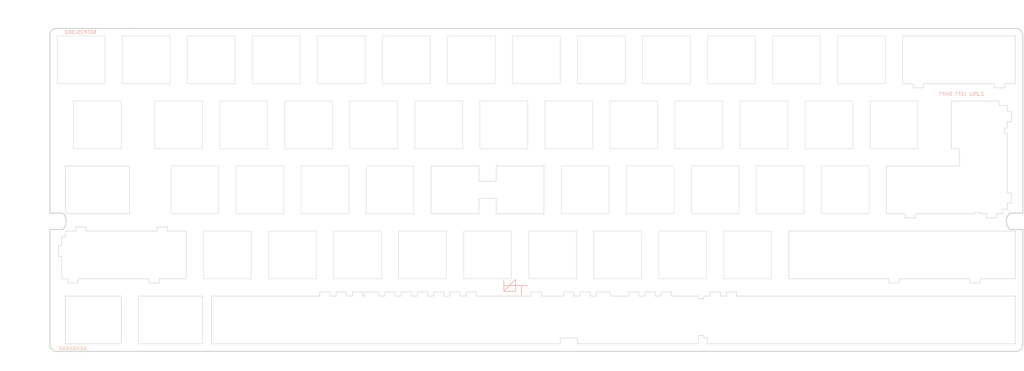
<source format=kicad_pcb>
(kicad_pcb (version 20211014) (generator pcbnew)
  (layers (0 "F.Cu" signal) (31 "B.Cu" signal) (34 "B.Paste" user) (35 "F.Paste" user) (36 "B.SilkS" user "B.Silkscreen") (37 "F.SilkS" user "F.Silkscreen") (38 "B.Mask" user) (39 "F.Mask" user) (44 "Edge.Cuts" user))
  (net 0 "")
  (net 1 "GND")
  (footprint "Keyboard_JP:Key_Plate_1U" (layer "F.Cu") (at 154.78125 80.9625)
    (fp_text reference "1U_Plate")
    (fp_text value "Key_Plate_1U")
    (fp_rect (start 7 7) (end -7 -7) (layer "Edge.Cuts") (width 0.12) (fill none))
  )
  (footprint "Keyboard_JP:Key_Plate_1U" (layer "F.Cu") (at 292.89375 100.0125)
    (fp_text reference "1U_Plate")
    (fp_text value "Key_Plate_1U")
    (fp_rect (start 7 7) (end -7 -7) (layer "Edge.Cuts") (width 0.12) (fill none))
  )
  (footprint "Keyboard_JP:Key_Plate_1U" (layer "F.Cu") (at 250.03125 80.9625)
    (fp_text reference "1U_Plate")
    (fp_text value "Key_Plate_1U")
    (fp_rect (start 7 7) (end -7 -7) (layer "Edge.Cuts") (width 0.12) (fill none))
  )
  (footprint "Keyboard_JP:Key_Plate_1U" (layer "F.Cu") (at 92.86875 80.9625)
    (fp_text reference "1U_Plate")
    (fp_text value "Key_Plate_1U")
    (fp_rect (start 7 7) (end -7 -7) (layer "Edge.Cuts") (width 0.12) (fill none))
  )
  (footprint "Keyboard_JP:Key_Plate_1U" (layer "F.Cu") (at 297.65625 61.9125)
    (fp_text reference "1U_Plate")
    (fp_text value "Key_Plate_1U")
    (fp_rect (start 7 7) (end -7 -7) (layer "Edge.Cuts") (width 0.12) (fill none))
  )
  (footprint "Keyboard_JP:Key_Plate_1U" (layer "F.Cu") (at 130.96875 119.0625)
    (fp_text reference "1U_Plate")
    (fp_text value "Key_Plate_1U")
    (fp_rect (start 7 7) (end -7 -7) (layer "Edge.Cuts") (width 0.12) (fill none))
  )
  (footprint "Keyboard_JP:Key_Plate_1U" (layer "F.Cu") (at 326.23125 80.9625)
    (fp_text reference "1U_Plate")
    (fp_text value "Key_Plate_1U")
    (fp_rect (start 7 7) (end -7 -7) (layer "Edge.Cuts") (width 0.12) (fill none))
  )
  (footprint "Keyboard_JP:Key_Plate_1U" (layer "F.Cu") (at 254.79375 100.0125)
    (fp_text reference "1U_Plate")
    (fp_text value "Key_Plate_1U")
    (fp_rect (start 7 7) (end -7 -7) (layer "Edge.Cuts") (width 0.12) (fill none))
  )
  (footprint "Keyboard_JP:Key_Plate_1U" (layer "F.Cu") (at 192.88125 80.9625)
    (fp_text reference "1U_Plate")
    (fp_text value "Key_Plate_1U")
    (fp_rect (start 7 7) (end -7 -7) (layer "Edge.Cuts") (width 0.12) (fill none))
  )
  (footprint "Keyboard_JP:Key_Plate_1U" (layer "F.Cu") (at 126.20625 61.9125)
    (fp_text reference "1U_Plate")
    (fp_text value "Key_Plate_1U")
    (fp_rect (start 7 7) (end -7 -7) (layer "Edge.Cuts") (width 0.12) (fill none))
  )
  (footprint "Keyboard_JP:Key_Plate_1U" (layer "F.Cu") (at 173.83125 80.9625)
    (fp_text reference "1U_Plate")
    (fp_text value "Key_Plate_1U")
    (fp_rect (start 7 7) (end -7 -7) (layer "Edge.Cuts") (width 0.12) (fill none))
  )
  (footprint "Keyboard_JP:Key_Plate_1U" (layer "F.Cu") (at 307.18125 80.9625)
    (fp_text reference "1U_Plate")
    (fp_text value "Key_Plate_1U")
    (fp_rect (start 7 7) (end -7 -7) (layer "Edge.Cuts") (width 0.12) (fill none))
  )
  (footprint "Keyboard_JP:Key_Plate_1U" (layer "F.Cu") (at 269.08125 80.9625)
    (fp_text reference "1U_Plate")
    (fp_text value "Key_Plate_1U")
    (fp_rect (start 7 7) (end -7 -7) (layer "Edge.Cuts") (width 0.12) (fill none))
  )
  (footprint "Keyboard_JP:Key_Plate_1U" (layer "F.Cu") (at 188.11875 119.0625)
    (fp_text reference "1U_Plate")
    (fp_text value "Key_Plate_1U")
    (fp_rect (start 7 7) (end -7 -7) (layer "Edge.Cuts") (width 0.12) (fill none))
  )
  (footprint "Keyboard_JP:Key_Plate_1U" (layer "F.Cu") (at 278.60625 61.9125)
    (fp_text reference "1U_Plate")
    (fp_text value "Key_Plate_1U")
    (fp_rect (start 7 7) (end -7 -7) (layer "Edge.Cuts") (width 0.12) (fill none))
  )
  (footprint "Keyboard_JP:Key_Plate_1U" (layer "F.Cu") (at 116.68125 80.9625)
    (fp_text reference "1U_Plate")
    (fp_text value "Key_Plate_1U")
    (fp_rect (start 7 7) (end -7 -7) (layer "Edge.Cuts") (width 0.12) (fill none))
  )
  (footprint "Keyboard_JP:TH60JPlate" (layer "F.Cu") (at 221.45625 100.0125)
    (fp_text reference "Plate")
    (fp_text value "TH60JPlate")
    (fp_line (start 142.5 6.8) (end 142.5 -45.3) (layer "Edge.Cuts") (width 0.3))
    (fp_line (start -142.5 11.6) (end -138.7 11.6) (layer "Edge.Cuts") (width 0.3))
    (fp_line (start -140.5 -47.3) (end -130.96875 -47.3) (layer "Edge.Cuts") (width 0.3))
    (fp_line (start -140.5 47.3) (end 140.5 47.3) (layer "Edge.Cuts") (width 0.3))
    (fp_line (start -118.3 -47.3) (end -130.96875 -47.3) (layer "Edge.Cuts") (width 0.3))
    (fp_line (start 138.7 11.6) (end 142.5 11.6) (layer "Edge.Cuts") (width 0.3))
    (fp_line (start -142.5 45.3) (end -142.5 11.6) (layer "Edge.Cuts") (width 0.3))
    (fp_line (start 140.5 -47.3) (end -118.3 -47.3) (layer "Edge.Cuts") (width 0.3))
    (fp_line (start 138.7 6.8) (end 142.5 6.8) (layer "Edge.Cuts") (width 0.3))
    (fp_line (start -142.5 6.8) (end -142.5 -45.3) (layer "Edge.Cuts") (width 0.3))
    (fp_line (start 142.5 11.6) (end 142.5 45.3) (layer "Edge.Cuts") (width 0.3))
    (fp_line (start -138.7 6.8) (end -142.5 6.8) (layer "Edge.Cuts") (width 0.3))
    (fp_arc (start -140.5 47.3) (mid -141.914214 46.714214) (end -142.5 45.3) (layer "Edge.Cuts") (width 0.3))
    (fp_arc (start -142.5 -45.3) (mid -141.914214 -46.714214) (end -140.5 -47.3) (layer "Edge.Cuts") (width 0.3))
    (fp_arc (start -138.7 6.8) (mid -137.705887 9.2) (end -138.7 11.6) (layer "Edge.Cuts") (width 0.3))
    (fp_arc (start 142.5 45.3) (mid 141.914214 46.714214) (end 140.5 47.3) (layer "Edge.Cuts") (width 0.3))
    (fp_arc (start 138.7 11.6) (mid 137.705887 9.2) (end 138.7 6.8) (layer "Edge.Cuts") (width 0.3))
    (fp_arc (start 140.5 -47.3) (mid 141.914214 -46.714214) (end 142.5 -45.3) (layer "Edge.Cuts") (width 0.3))
    (pad "" np_thru_hole oval (at 116.68125 -19.4) (size 8.5 6) (drill oval 8.5 6) (layers F&B.Cu *.Mask))
    (pad "" np_thru_hole circle (at -117.299994 -19.400012) (size 7 7) (drill 7) (layers F&B.Cu *.Mask))
  )
  (footprint "Keyboard_JP:Key_Plate_1U" (layer "F.Cu") (at 159.54375 100.0125)
    (fp_text reference "1U_Plate")
    (fp_text value "Key_Plate_1U")
    (fp_rect (start 7 7) (end -7 -7) (layer "Edge.Cuts") (width 0.12) (fill none))
  )
  (footprint "Keyboard_JP:Key_Plate_1U" (layer "F.Cu") (at 288.13125 80.9625)
    (fp_text reference "1U_Plate")
    (fp_text value "Key_Plate_1U")
    (fp_rect (start 7 7) (end -7 -7) (layer "Edge.Cuts") (width 0.12) (fill none))
  )
  (footprint "Keyboard_JP:Key_Plate_1U" (layer "F.Cu") (at 202.40625 61.9125)
    (fp_text reference "1U_Plate")
    (fp_text value "Key_Plate_1U")
    (fp_rect (start 7 7) (end -7 -7) (layer "Edge.Cuts") (width 0.12) (fill none))
  )
  (footprint "Keyboard_JP:Key_Plate_1U" (layer "F.Cu") (at 264.31875 119.0625)
    (fp_text reference "1U_Plate")
    (fp_text value "Key_Plate_1U")
    (fp_rect (start 7 7) (end -7 -7) (layer "Edge.Cuts") (width 0.12) (fill none))
  )
  (footprint "Keyboard_JP:Key_Plate_1U" (layer "F.Cu") (at 226.21875 119.0625)
    (fp_text reference "1U_Plate")
    (fp_text value "Key_Plate_1U")
    (fp_rect (start 7 7) (end -7 -7) (layer "Edge.Cuts") (width 0.12) (fill none))
  )
  (footprint "Keyboard_JP:Key_Plate_1U" (layer "F.Cu") (at 121.44375 100.0125)
    (fp_text reference "1U_Plate")
    (fp_text value "Key_Plate_1U")
    (fp_rect (start 7 7) (end -7 -7) (layer "Edge.Cuts") (width 0.12) (fill none))
  )
  (footprint "Keyboard_JP:Key_Plate_1U" (layer "F.Cu") (at 211.93125 80.9625)
    (fp_text reference "1U_Plate")
    (fp_text value "Key_Plate_1U")
    (fp_rect (start 7 7) (end -7 -7) (layer "Edge.Cuts") (width 0.12) (fill none))
  )
  (footprint "Keyboard_JP:Key_Plate_1U" (layer "F.Cu") (at 235.74375 100.0125)
    (fp_text reference "1U_Plate")
    (fp_text value "Key_Plate_1U")
    (fp_rect (start 7 7) (end -7 -7) (layer "Edge.Cuts") (width 0.12) (fill none))
  )
  (footprint "Keyboard_JP:Key_Plate_1U" (layer "F.Cu") (at 283.36875 119.0625)
    (fp_text reference "1U_Plate")
    (fp_text value "Key_Plate_1U")
    (fp_rect (start 7 7) (end -7 -7) (layer "Edge.Cuts") (width 0.12) (fill none))
  )
  (footprint "Keyboard_JP:Key_Plate_1U" (layer "F.Cu") (at 273.84375 100.0125)
    (fp_text reference "1U_Plate")
    (fp_text value "Key_Plate_1U")
    (fp_rect (start 7 7) (end -7 -7) (layer "Edge.Cuts") (width 0.12) (fill none))
  )
  (footprint "Keyboard_JP:Key_Plate_1U" (layer "F.Cu") (at 316.70625 61.9125)
    (fp_text reference "1U_Plate")
    (fp_text value "Key_Plate_1U")
    (fp_rect (start 7 7) (end -7 -7) (layer "Edge.Cuts") (width 0.12) (fill none))
  )
  (footprint "Keyboard_JP:Key_Plate_1U" (layer "F.Cu") (at 311.94375 100.0125)
    (fp_text reference "1U_Plate")
    (fp_text value "Key_Plate_1U")
    (fp_rect (start 7 7) (end -7 -7) (layer "Edge.Cuts") (width 0.12) (fill none))
  )
  (footprint "Keyboard_JP:Key_Plate_1U" (layer "F.Cu") (at 164.30625 61.9125)
    (fp_text reference "1U_Plate")
    (fp_text value "Key_Plate_1U")
    (fp_rect (start 7 7) (end -7 -7) (layer "Edge.Cuts") (width 0.12) (fill none))
  )
  (footprint "Keyboard_JP:Key_Plate_1U" (layer "F.Cu") (at 178.59375 100.0125)
    (fp_text reference "1U_Plate")
    (fp_text value "Key_Plate_1U")
    (fp_rect (start 7 7) (end -7 -7) (layer "Edge.Cuts") (width 0.12) (fill none))
  )
  (footprint "Keyboard_JP:Key_Plate_1U" (layer "F.Cu") (at 145.25625 61.9125)
    (fp_text reference "1U_Plate")
    (fp_text value "Key_Plate_1U")
    (fp_rect (start 7 7) (end -7 -7) (layer "Edge.Cuts") (width 0.12) (fill none))
  )
  (footprint "Keyboard_JP:Key_Plate_1U" (layer "F.Cu") (at 183.35625 61.9125)
    (fp_text reference "1U_Plate")
    (fp_text value "Key_Plate_1U")
    (fp_rect (start 7 7) (end -7 -7) (layer "Edge.Cuts") (width 0.12) (fill none))
  )
  (footprint "Keyboard_JP:Key_Plate_1U" (layer "F.Cu") (at 221.45625 61.9125)
    (fp_text reference "1U_Plate")
    (fp_text value "Key_Plate_1U")
    (fp_rect (start 7 7) (end -7 -7) (layer "Edge.Cuts") (width 0.12) (fill none))
  )
  (footprint "Keyboard_JP:Key_Plate_1U" (layer "F.Cu") (at 140.49375 100.0125)
    (fp_text reference "1U_Plate")
    (fp_text value "Key_Plate_1U")
    (fp_rect (start 7 7) (end -7 -7) (layer "Edge.Cuts") (width 0.12) (fill none))
  )
  (footprint "Keyboard_JP:Key_Plate_1U" (layer "F.Cu") (at 135.73125 80.9625)
    (fp_text reference "1U_Plate")
    (fp_text value "Key_Plate_1U")
    (fp_rect (start 7 7) (end -7 -7) (layer "Edge.Cuts") (width 0.12) (fill none))
  )
  (footprint "Keyboard_JP:Key_Plate_1U" (layer "F.Cu") (at 259.55625 61.9125)
    (fp_text reference "1U_Plate")
    (fp_text value "Key_Plate_1U")
    (fp_rect (start 7 7) (end -7 -7) (layer "Edge.Cuts") (width 0.12) (fill none))
  )
  (footprint "Keyboard_JP:Key_Plate_1U" (layer "F.Cu") (at 169.06875 119.0625)
    (fp_text reference "1U_Plate")
    (fp_text value "Key_Plate_1U")
    (fp_rect (start 7 7) (end -7 -7) (layer "Edge.Cuts") (width 0.12) (fill none))
  )
  (footprint "Keyboard_JP:Key_Plate_1U" (layer "F.Cu") (at 245.26875 119.0625)
    (fp_text reference "1U_Plate")
    (fp_text value "Key_Plate_1U")
    (fp_rect (start 7 7) (end -7 -7) (layer "Edge.Cuts") (width 0.12) (fill none))
  )
  (footprint "Keyboard_JP:Key_Plate_1U" (layer "F.Cu") (at 207.16875 119.0625)
    (fp_text reference "1U_Plate")
    (fp_text value "Key_Plate_1U")
    (fp_rect (start 7 7) (end -7 -7) (layer "Edge.Cuts") (width 0.12) (fill none))
  )
  (footprint "Keyboard_JP:Key_Plate_1U" (layer "F.Cu") (at 240.50625 61.9125)
    (fp_text reference "1U_Plate")
    (fp_text value "Key_Plate_1U")
    (fp_rect (start 7 7) (end -7 -7) (layer "Edge.Cuts") (width 0.12) (fill none))
  )
  (footprint "Keyboard_JP:Key_Plate_1U" (layer "F.Cu") (at 107.15625 61.9125)
    (fp_text reference "1U_Plate")
    (fp_text value "Key_Plate_1U")
    (fp_rect (start 7 7) (end -7 -7) (layer "Edge.Cuts") (width 0.12) (fill none))
  )
  (footprint "Keyboard_JP:Key_Plate_1U" (layer "F.Cu") (at 150.01875 119.0625)
    (fp_text reference "1U_Plate")
    (fp_text value "Key_Plate_1U")
    (fp_rect (start 7 7) (end -7 -7) (layer "Edge.Cuts") (width 0.12) (fill none))
  )
  (footprint "Keyboard_JP:Key_Plate_1U" (layer "F.Cu") (at 230.98125 80.9625)
    (fp_text reference "1U_Plate")
    (fp_text value "Key_Plate_1U")
    (fp_rect (start 7 7) (end -7 -7) (layer "Edge.Cuts") (width 0.12) (fill none))
  )
  (footprint "Keyboard_JP:Key_Plate_1U" (layer "F.Cu") (at 88.10625 61.9125)
    (fp_text reference "1U_Plate")
    (fp_text value "Key_Plate_1U")
    (fp_rect (start 7 7) (end -7 -7) (layer "Edge.Cuts") (width 0.12) (fill none))
  )
  (footprint "Keyboard_JP:THUN_PCB_logo_mini" (layer "B.Cu") (at 215.503125 128.5875 180)
    (fp_text reference "THU_PCB_logo_mini")
    (fp_text value "LOGO" hide)
    (fp_poly (pts (xy 0.164126 2.407592) (xy 0.17039 2.40564) (xy 0.175634 2.401724) (xy 0.177638 2.399871) (xy 0.186771 2.392902) (xy 0.193065 2.390785) (xy 0.200574 2.390701) (xy 0.213121 2.388864) (xy 0.215 2.388497) (xy 0.227348 2.382764) (xy 0.245386 2.369629) (xy 0.268609 2.34954) (xy 0.296512 2.322945) (xy 0.328592 2.290294) (xy 0.345648 2.272258) (xy 0.351334 2.266423) (xy 0.363767 2.253851) (xy 0.382618 2.234871) (xy 0.407558 2.209812) (xy 0.438259 2.179004) (xy 0.47439 2.142775) (xy 0.515624 2.101455) (xy 0.561632 2.055373) (xy 0.612085 2.004859) (xy 0.666654 1.950241) (xy 0.72501 1.891848) (xy 0.786825 1.830011) (xy 0.851769 1.765058) (xy 0.919514 1.697318) (xy 0.98973 1.627121) (xy 1.06209 1.554796) (xy 1.136263 1.480672) (xy 1.161567 1.455389) (xy 1.954337 0.663277) (xy 2.700918 0.662789) (xy 2.7866 0.662745) (xy 2.869585 0.662727) (xy 2.949319 0.662734) (xy 3.025249 0.662765) (xy 3.096821 0.662818) (xy 3.163481 0.662893) (xy 3.224675 0.662988) (xy 3.279848 0.663103) (xy 3.328448 0.663236) (xy 3.369919 0.663387) (xy 3.403708 0.663555) (xy 3.429262 0.663738) (xy 3.446026 0.663935) (xy 3.453446 0.664145) (xy 3.45375 0.664186) (xy 3.454598 0.666251) (xy 3.455371 0.672171) (xy 3.456071 0.682336) (xy 3.456703 0.697133) (xy 3.457268 0.716953) (xy 3.457771 0.742183) (xy 3.458213 0.773213) (xy 3.458598 0.810431) (xy 3.458929 0.854228) (xy 3.459209 0.90499) (xy 3.459442 0.963109) (xy 3.459629 1.028971) (xy 3.459775 1.102967) (xy 3.459881 1.185485) (xy 3.459952 1.276915) (xy 3.459991 1.377644) (xy 3.46 1.465127) (xy 3.460018 1.553834) (xy 3.460073 1.639876) (xy 3.460162 1.722718) (xy 3.460282 1.801822) (xy 3.460433 1.876652) (xy 3.460612 1.946672) (xy 3.460817 2.011344) (xy 3.461045 2.070133) (xy 3.461296 2.122501) (xy 3.461566 2.167913) (xy 3.461855 2.205832) (xy 3.462159 2.23572) (xy 3.462477 2.257043) (xy 3.462807 2.269262) (xy 3.463034 2.272092) (xy 3.465168 2.274767) (xy 3.47007 2.276773) (xy 3.478993 2.278202) (xy 3.493191 2.279147) (xy 3.513915 2.2797) (xy 3.542418 2.279953) (xy 3.570534 2.280001) (xy 3.675 2.28) (xy 3.675555 2.265) (xy 3.67597 2.250439) (xy 3.676111 2.24) (xy 3.676109 2.021646) (xy 3.676102 1.813071) (xy 3.676091 1.614052) (xy 3.676074 1.424371) (xy 3.676051 1.243804) (xy 3.67602 1.072132) (xy 3.675982 0.909132) (xy 3.675935 0.754584) (xy 3.675878 0.608266) (xy 3.675812 0.469957) (xy 3.675735 0.339436) (xy 3.675647 0.216482) (xy 3.675547 0.100873) (xy 3.675434 -0.007611) (xy 3.675308 -0.109192) (xy 3.675168 -0.204092) (xy 3.675013 -0.292531) (xy 3.674842 -0.37473) (xy 3.674655 -0.450911) (xy 3.674451 -0.521295) (xy 3.67423 -0.586103) (xy 3.67399 -0.645557) (xy 3.673731 -0.699877) (xy 3.673452 -0.749285) (xy 3.673153 -0.794002) (xy 3.672833 -0.83425) (xy 3.672492 -0.870248) (xy 3.672127 -0.90222) (xy 3.67174 -0.930385) (xy 3.671328 -0.954965) (xy 3.670892 -0.976182) (xy 3.670431 -0.994256) (xy 3.669943 -1.009408) (xy 3.669429 -1.021861) (xy 3.668887 -1.031834) (xy 3.668318 -1.03955) (xy 3.667719 -1.04523) (xy 3.667091 -1.049094) (xy 3.666433 -1.051364) (xy 3.665744 -1.052262) (xy 3.665707 -1.052275) (xy 3.660311 -1.056063) (xy 3.656688 -1.064717) (xy 3.654105 -1.080385) (xy 3.653221 -1.088862) (xy 3.649176 -1.120275) (xy 3.643335 -1.144515) (xy 3.634908 -1.164355) (xy 3.628792 -1.174536) (xy 3.618617 -1.190108) (xy 3.607491 -1.207443) (xy 3.605 -1.211376) (xy 3.59586 -1.223572) (xy 3.585014 -1.231782) (xy 3.568914 -1.238435) (xy 3.5625 -1.240499) (xy 3.559566 -1.24134) (xy 3.556142 -1.242129) (xy 3.551912 -1.242868) (xy 3.54656 -1.243558) (xy 3.539772 -1.2442) (xy 3.531233 -1.244798) (xy 3.520627 -1.245352) (xy 3.507639 -1.245864) (xy 3.491954 -1.246336) (xy 3.473258 -1.246769) (xy 3.451234 -1.247166) (xy 3.425568 -1.247527) (xy 3.395945 -1.247856) (xy 3.362049 -1.248152) (xy 3.323566 -1.248418) (xy 3.28018 -1.248656) (xy 3.231576 -1.248867) (xy 3.17744 -1.249054) (xy 3.117455 -1.249217) (xy 3.051307 -1.249358) (xy 2.978681 -1.24948) (xy 2.899262 -1.249583) (xy 2.812734 -1.24967) (xy 2.718783 -1.249742) (xy 2.617092 -1.249801) (xy 2.507348 -1.249848) (xy 2.389235 -1.249886) (xy 2.262438 -1.249916) (xy 2.126642 -1.249939) (xy 1.981531 -1.249958) (xy 1.826791 -1.249974) (xy 1.798547 -1.249977) (xy 1.645888 -1.249977) (xy 1.498728 -1.249951) (xy 1.357298 -1.2499) (xy 1.221835 -1.249823) (xy 1.092571 -1.249721) (xy 0.96974 -1.249595) (xy 0.853576 -1.249445) (xy 0.744313 -1.249273) (xy 0.642185 -1.249078) (xy 0.547426 -1.248861) (xy 0.460269 -1.248623) (xy 0.380949 -1.248365) (xy 0.309699 -1.248087) (xy 0.246753 -1.247789) (xy 0.192344 -1.247473) (xy 0.146708 -1.247138) (xy 0.110077 -1.246786) (xy 0.082686 -1.246417) (xy 0.064768 -1.246031) (xy 0.056557 -1.24563) (xy 0.056047 -1.245526) (xy 0.046494 -1.238565) (xy 0.036605 -1.229209) (xy 0.03391 -1.225662) (xy 0.031447 -1.220783) (xy 0.029205 -1.214133) (xy 0.027173 -1.205278) (xy 0.025343 -1.193781) (xy 0.023703 -1.179205) (xy 0.022243 -1.161116) (xy 0.020954 -1.139077) (xy 0.019824 -1.112651) (xy 0.018843 -1.081403) (xy 0.018002 -1.044896) (xy 0.017735 -1.029091) (xy 0.228373 -1.029091) (xy 0.240436 -1.030795) (xy 0.247174 -1.031047) (xy 0.263362 -1.031276) (xy 0.288536 -1.031485) (xy 0.32223 -1.031672) (xy 0.363979 -1.03184) (xy 0.413318 -1.031987) (xy 0.469783 -1.032115) (xy 0.532909 -1.032224) (xy 0.60223 -1.032314) (xy 0.677281 -1.032387) (xy 0.757598 -1.032442) (xy 0.842716 -1.032479) (xy 0.932169 -1.0325) (xy 1.025493 -1.032505) (xy 1.122222 -1.032494) (xy 1.221892 -1.032468) (xy 1.324038 -1.032427) (xy 1.428194 -1.032372) (xy 1.533896 -1.032303) (xy 1.640679 -1.03222) (xy 1.748077 -1.032125) (xy 1.855627 -1.032017) (xy 1.962862 -1.031897) (xy 2.069318 -1.031765) (xy 2.17453 -1.031622) (xy 2.278033 -1.031469) (xy 2.379361 -1.031306) (xy 2.478051 -1.031132) (xy 2.573637 -1.03095) (xy 2.665653 -1.030758) (xy 2.753636 -1.030559) (xy 2.83712 -1.030351) (xy 2.91564 -1.030136) (xy 2.988731 -1.029915) (xy 3.055928 -1.029686) (xy 3.116766 -1.029452) (xy 3.17078 -1.029212) (xy 3.217506 -1.028967) (xy 3.256477 -1.028717) (xy 3.28723 -1.028464) (xy 3.3093 -1.028206) (xy 3.32222 -1.027945) (xy 3.325663 -1.027727) (xy 3.322245 -1.023849) (xy 3.31208 -1.013236) (xy 3.295495 -0.996218) (xy 3.272819 -0.973125) (xy 3.24438 -0.944289) (xy 3.210508 -0.910039) (xy 3.171529 -0.870706) (xy 3.127774 -0.82662) (xy 3.079569 -0.778113) (xy 3.066561 -0.765037) (xy 3.345327 -0.765037) (xy 3.346569 -0.767627) (xy 3.349362 -0.77125) (xy 3.35666 -0.779023) (xy 3.359917 -0.778989) (xy 3.36 -0.778112) (xy 3.356583 -0.773938) (xy 3.35125 -0.769362) (xy 3.345327 -0.765037) (xy 3.066561 -0.765037) (xy 3.027244 -0.725514) (xy 2.971126 -0.669154) (xy 2.911545 -0.609364) (xy 2.848828 -0.546474) (xy 2.818849 -0.516433) (xy 3.095805 -0.516433) (xy 3.097022 -0.519227) (xy 3.102057 -0.524595) (xy 3.104951 -0.523494) (xy 3.105 -0.522795) (xy 3.101448 -0.518566) (xy 3.099227 -0.517022) (xy 3.095805 -0.516433) (xy 2.818849 -0.516433) (xy 2.783304 -0.480814) (xy 2.715302 -0.412716) (xy 2.64515 -0.342509) (xy 2.591989 -0.289336) (xy 2.254084 0.048567) (xy 2.530805 0.048567) (xy 2.532022 0.045773) (xy 2.537057 0.040405) (xy 2.539951 0.041506) (xy 2.54 0.042205) (xy 2.536448 0.046434) (xy 2.534227 0.047978) (xy 2.530805 0.048567) (xy 2.254084 0.048567) (xy 2.159084 0.143567) (xy 2.435805 0.143567) (xy 2.437022 0.140773) (xy 2.442057 0.135405) (xy 2.444951 0.136506) (xy 2.445 0.137205) (xy 2.441448 0.141434) (xy 2.439227 0.142978) (xy 2.435805 0.143567) (xy 2.159084 0.143567) (xy 1.939083 0.363567) (xy 2.215805 0.363567) (xy 2.217022 0.360773) (xy 2.222057 0.355405) (xy 2.224951 0.356506) (xy 2.225 0.357205) (xy 2.221448 0.361434) (xy 2.219227 0.362978) (xy 2.215805 0.363567) (xy 1.939083 0.363567) (xy 1.861403 0.441247) (xy 2.18 0.441247) (xy 2.183423 0.437055) (xy 2.193234 0.426508) (xy 2.20874 0.410315) (xy 2.22925 0.389186) (xy 2.254073 0.363827) (xy 2.282517 0.33495) (xy 2.313892 0.303263) (xy 2.34625 0.270735) (xy 2.380073 0.236808) (xy 2.411902 0.204881) (xy 2.441007 0.175686) (xy 2.466657 0.149956) (xy 2.48812 0.128425) (xy 2.504667 0.111825) (xy 2.515567 0.10089) (xy 2.52 0.096441) (xy 2.535894 0.080496) (xy 2.557395 0.058965) (xy 2.584003 0.032346) (xy 2.61522 0.001138) (xy 2.650547 -0.034162) (xy 2.689484 -0.073057) (xy 2.731534 -0.115048) (xy 2.776196 -0.159639) (xy 2.822971 -0.20633) (xy 2.871362 -0.254626) (xy 2.920869 -0.304027) (xy 2.970992 -0.354037) (xy 3.021234 -0.404157) (xy 3.071095 -0.45389) (xy 3.120076 -0.502738) (xy 3.167678 -0.550204) (xy 3.213402 -0.595789) (xy 3.25675 -0.638997) (xy 3.297222 -0.679329) (xy 3.334319 -0.716287) (xy 3.367542 -0.749375) (xy 3.396393 -0.778094) (xy 3.420373 -0.801946) (xy 3.438982 -0.820434) (xy 3.451722 -0.833061) (xy 3.458093 -0.839327) (xy 3.45875 -0.839943) (xy 3.458904 -0.835049) (xy 3.459053 -0.820745) (xy 3.459195 -0.797622) (xy 3.459329 -0.76627) (xy 3.459454 -0.72728) (xy 3.45957 -0.681242) (xy 3.459674 -0.628747) (xy 3.459766 -0.570385) (xy 3.459844 -0.506747) (xy 3.459908 -0.438423) (xy 3.459956 -0.366003) (xy 3.459986 -0.290079) (xy 3.459999 -0.21124) (xy 3.46 -0.1975) (xy 3.46 0.445) (xy 2.82 0.445) (xy 2.740877 0.444972) (xy 2.664568 0.444888) (xy 2.591664 0.444752) (xy 2.522758 0.444568) (xy 2.458441 0.44434) (xy 2.399304 0.44407) (xy 2.34594 0.443762) (xy 2.298939 0.44342) (xy 2.258894 0.443047) (xy 2.226397 0.442646) (xy 2.202038 0.442222) (xy 2.18641 0.441777) (xy 2.180105 0.441315) (xy 2.18 0.441247) (xy 1.861403 0.441247) (xy 1.85765 0.445) (xy 0.235 0.445) (xy 0.234995 -0.01125) (xy 0.234953 -0.086294) (xy 0.234834 -0.164483) (xy 0.234643 -0.244404) (xy 0.234387 -0.324646) (xy 0.234073 -0.403797) (xy 0.233707 -0.480446) (xy 0.233295 -0.553182) (xy 0.232843 -0.620592) (xy 0.232358 -0.681266) (xy 0.231846 -0.733792) (xy 0.231681 -0.748295) (xy 0.228373 -1.029091) (xy 0.017735 -1.029091) (xy 0.01729 -1.002695) (xy 0.016697 -0.954364) (xy 0.016213 -0.899465) (xy 0.015826 -0.837564) (xy 0.015528 -0.768224) (xy 0.015308 -0.69101) (xy 0.015155 -0.605484) (xy 0.01506 -0.511211) (xy 0.015011 -0.407754) (xy 0.015 -0.309602) (xy 0.015 0.445) (xy -1.515 0.445) (xy -1.515 -0.894663) (xy -1.515002 -1.031561) (xy -1.515008 -1.158813) (xy -1.515022 -1.27677) (xy -1.515045 -1.385786) (xy -1.51508 -1.486214) (xy -1.51513 -1.578406) (xy -1.515196 -1.662716) (xy -1.515282 -1.739496) (xy -1.51539 -1.8091) (xy -1.515521 -1.87188) (xy -1.51568 -1.928189) (xy -1.515867 -1.97838) (xy -1.516085 -2.022806) (xy -1.516338 -2.06182) (xy -1.516626 -2.095775) (xy -1.516954 -2.125023) (xy -1.517322 -2.149919) (xy -1.517734 -2.170814) (xy -1.518192 -2.188061) (xy -1.518698 -2.202014) (xy -1.519254 -2.213025) (xy -1.519864 -2.221448) (xy -1.52053 -2.227635) (xy -1.521253 -2.231938) (xy -1.522037 -2.234712) (xy -1.522884 -2.236309) (xy -1.523796 -2.237082) (xy -1.524206 -2.237247) (xy -1.529026 -2.240607) (xy -1.532691 -2.248382) (xy -1.535785 -2.26244) (xy -1.538829 -2.284176) (xy -1.544139 -2.315358) (xy -1.551483 -2.341257) (xy -1.560321 -2.360618) (xy -1.570114 -2.372188) (xy -1.577886 -2.375) (xy -1.589713 -2.376913) (xy -1.604517 -2.381607) (xy -1.606729 -2.3825) (xy -1.624798 -2.3885) (xy -1.639836 -2.388884) (xy -1.654735 -2.382981) (xy -1.672389 -2.370124) (xy -1.676983 -2.36625) (xy -1.690635 -2.353371) (xy -1.70058 -2.341742) (xy -1.704818 -2.333725) (xy -1.704851 -2.333301) (xy -1.708623 -2.32356) (xy -1.71625 -2.314993) (xy -1.7275 -2.305883) (xy -1.728774 -0.931691) (xy -1.730048 0.4425) (xy -2.511274 0.443657) (xy -2.599737 0.443788) (xy -2.685993 0.443916) (xy -2.769463 0.444041) (xy -2.849566 0.44416) (xy -2.925722 0.444274) (xy -2.997348 0.444381) (xy -3.063866 0.444481) (xy -3.124694 0.444573) (xy -3.179252 0.444656) (xy -3.226959 0.444728) (xy -3.267234 0.44479) (xy -3.299497 0.44484) (xy -3.323166 0.444877) (xy -3.337663 0.444901) (xy -3.340893 0.444907) (xy -3.366679 0.445484) (xy -3.383889 0.447216) (xy -3.393902 0.450281) (xy -3.396366 0.45208) (xy -3.399195 0.457604) (xy -3.401536 0.468673) (xy -3.403505 0.486372) (xy -3.40522 0.511787) (xy -3.406797 0.546002) (xy -3.406961 0.550175) (xy -3.407929 0.579332) (xy -3.40848 0.604939) (xy -3.408602 0.625365) (xy -3.408284 0.638974) (xy -3.407574 0.644093) (xy -3.401136 0.646152) (xy -3.388789 0.647632) (xy -3.385141 0.647836) (xy -3.370544 0.650187) (xy -3.359584 0.654906) (xy -3.358296 0.655991) (xy -3.356724 0.656668) (xy -3.353203 0.657302) (xy -3.347428 0.657894) (xy -3.339095 0.658446) (xy -3.327899 0.65896) (xy -3.313537 0.659436) (xy -3.295704 0.659875) (xy -3.274095 0.660279) (xy -3.248406 0.660649) (xy -3.218333 0.660986) (xy -3.183571 0.661292) (xy -3.143817 0.661567) (xy -3.098765 0.661814) (xy -3.048111 0.662033) (xy -2.991552 0.662225) (xy -2.928783 0.662392) (xy -2.859498 0.662535) (xy -2.783395 0.662655) (xy -2.700169 0.662754) (xy -2.609515 0.662833) (xy -2.511128 0.662892) (xy -2.404706 0.662934) (xy -2.289943 0.662959) (xy -2.166534 0.662969) (xy -2.034177 0.662965) (xy -1.892565 0.662948) (xy -1.741396 0.662919) (xy -1.669855 0.662903) (xy -1.492641 0.662875) (xy -1.325217 0.66288) (xy -1.167597 0.662916) (xy -1.019792 0.662985) (xy -0.881813 0.663086) (xy -0.753673 0.663218) (xy -0.635384 0.663383) (xy -0.526959 0.663579) (xy -0.428408 0.663807) (xy -0.339744 0.664067) (xy -0.260979 0.664359) (xy -0.192125 0.664683) (xy -0.133194 0.665038) (xy -0.084198 0.665425) (xy -0.04515 0.665844) (xy -0.01606 0.666294) (xy 0.003058 0.666776) (xy 0.012193 0.667289) (xy 0.013048 0.6675) (xy 0.013254 0.672965) (xy 0.013477 0.687906) (xy 0.013715 0.711797) (xy 0.013965 0.744114) (xy 0.014226 0.784334) (xy 0.014494 0.83193) (xy 0.014768 0.88638) (xy 0.015045 0.947157) (xy 0.015322 1.013739) (xy 0.015598 1.085599) (xy 0.015869 1.162214) (xy 0.016134 1.243059) (xy 0.01639 1.327609) (xy 0.016634 1.415341) (xy 0.016851 1.5) (xy 0.017075 1.590433) (xy 0.017297 1.678294) (xy 0.017515 1.763049) (xy 0.017729 1.844164) (xy 0.017936 1.921105) (xy 0.018135 1.993339) (xy 0.018324 2.060331) (xy 0.018345 2.067367) (xy 0.235 2.067367) (xy 0.235 1.36655) (xy 0.235005 1.268644) (xy 0.235027 1.180254) (xy 0.235069 1.100895) (xy 0.235138 1.030083) (xy 0.235241 0.967333) (xy 0.235382 0.912161) (xy 0.235567 0.864083) (xy 0.235802 0.822614) (xy 0.236094 0.78727) (xy 0.236447 0.757566) (xy 0.236868 0.733018) (xy 0.237362 0.713142) (xy 0.237935 0.697453) (xy 0.238593 0.685467) (xy 0.239342 0.676699) (xy 0.240187 0.670665) (xy 0.241135 0.666881) (xy 0.242191 0.664862) (xy 0.24336 0.664124) (xy 0.243395 0.664117) (xy 0.25 0.663795) (xy 0.265789 0.663513) (xy 0.290068 0.66327) (xy 0.322144 0.663066) (xy 0.361325 0.662899) (xy 0.406918 0.662767) (xy 0.458231 0.66267) (xy 0.51457 0.662606) (xy 0.575243 0.662575) (xy 0.639557 0.662573) (xy 0.70682 0.662602) (xy 0.776338 0.662658) (xy 0.847419 0.662742) (xy 0.919371 0.662851) (xy 0.9915 0.662985) (xy 1.063114 0.663142) (xy 1.13352 0.663321) (xy 1.202025 0.663521) (xy 1.267937 0.66374) (xy 1.330563 0.663977) (xy 1.38921 0.664232) (xy 1.443186 0.664502) (xy 1.491797 0.664787) (xy 1.534351 0.665085) (xy 1.570156 0.665394) (xy 1.598518 0.665715) (xy 1.618745 0.666045) (xy 1.630143 0.666383) (xy 1.6325 0.666622) (xy 1.629023 0.670404) (xy 1.618832 0.680894) (xy 1.602286 0.69773) (xy 1.579747 0.720553) (xy 1.551573 0.749) (xy 1.518125 0.782711) (xy 1.479761 0.821326) (xy 1.436843 0.864484) (xy 1.389731 0.911823) (xy 1.363098 0.938567) (xy 1.640805 0.938567) (xy 1.642022 0.935773) (xy 1.647057 0.930405) (xy 1.649951 0.931506) (xy 1.65 0.932205) (xy 1.646448 0.936434) (xy 1.644227 0.937978) (xy 1.640805 0.938567) (xy 1.363098 0.938567) (xy 1.338783 0.962984) (xy 1.28436 1.017605) (xy 1.226821 1.075325) (xy 1.166527 1.135784) (xy 1.103838 1.19862) (xy 1.039113 1.263474) (xy 1.000151 1.3025) (xy 1.2775 1.3025) (xy 1.287024 1.29125) (xy 1.29589 1.281803) (xy 1.299751 1.280439) (xy 1.3 1.281726) (xy 1.296628 1.285809) (xy 1.28875 1.292976) (xy 1.2775 1.3025) (xy 1.000151 1.3025) (xy 0.972712 1.329984) (xy 0.904995 1.39779) (xy 0.836322 1.46653) (xy 0.767053 1.535844) (xy 0.697548 1.605371) (xy 0.628166 1.67475) (xy 0.559267 1.743621) (xy 0.491212 1.811623) (xy 0.42436 1.878394) (xy 0.359071 1.943575) (xy 0.305098 1.997434) (xy 0.254914 2.0475) (xy 0.5325 2.0475) (xy 0.542024 2.03625) (xy 0.55089 2.026803) (xy 0.554751 2.025439) (xy 0.555 2.026726) (xy 0.551628 2.030809) (xy 0.54375 2.037976) (xy 0.5325 2.0475) (xy 0.254914 2.0475) (xy 0.235 2.067367) (xy 0.018345 2.067367) (xy 0.018503 2.121549) (xy 0.018668 2.176458) (xy 0.01882 2.224525) (xy 0.018821 2.224963) (xy 0.355327 2.224963) (xy 0.356569 2.222373) (xy 0.359362 2.21875) (xy 0.36666 2.210977) (xy 0.369917 2.211011) (xy 0.37 2.211888) (xy 0.366583 2.216062) (xy 0.36125 2.220638) (xy 0.355327 2.224963) (xy 0.018821 2.224963) (xy 0.018955 2.265216) (xy 0.019053 2.2925) (xy 0.285 2.2925) (xy 0.2875 2.29) (xy 0.29 2.2925) (xy 0.2875 2.295) (xy 0.285 2.2925) (xy 0.019053 2.2925) (xy 0.019073 2.297996) (xy 0.019172 2.322333) (xy 0.019251 2.337692) (xy 0.019304 2.343427) (xy 0.022502 2.357402) (xy 0.02849 2.364255) (xy 0.0355 2.372758) (xy 0.037375 2.380829) (xy 0.039621 2.389538) (xy 0.04798 2.393293) (xy 0.0525 2.393853) (xy 0.0639 2.395181) (xy 0.082162 2.397632) (xy 0.104266 2.400794) (xy 0.117072 2.402702) (xy 0.139683 2.40602) (xy 0.154629 2.407684)) (layer "B.SilkS") (width 0) (fill solid))
  )
  (gr_line (start 229.48125 131.1125) (end 229.48125 129.9125) (layer "Edge.Cuts") (width 0.15))
  (gr_line (start 200.90625 129.9125) (end 203.90625 129.9125) (layer "Edge.Cuts") (width 0.15))
  (gr_line (start 175.33125 129.9125) (end 175.33125 131.1125) (layer "Edge.Cuts") (width 0.15))
  (gr_line (start 277.10625 131.1125) (end 277.10625 129.9125) (layer "Edge.Cuts") (width 0.15))
  (gr_line (start 194.38125 131.1125) (end 196.14375 131.1125) (layer "Edge.Cuts") (width 0.15))
  (gr_line (start 190.64375 107.0125) (end 204.64375 107.0125) (layer "Edge.Cuts") (width 0.15))
  (gr_line (start 280.10625 129.9125) (end 280.10625 131.1125) (layer "Edge.Cuts") (width 0.15))
  (gr_line (start 83.4875 145.1125) (end 99.86875 145.1125) (layer "Edge.Cuts") (width 0.15))
  (gr_line (start 355.6875 68.9125) (end 334.875 68.9125) (layer "Edge.Cuts") (width 0.15))
  (gr_line (start 359.425 81.90625) (end 358.625 81.90625) (layer "Edge.Cuts") (width 0.15))
  (gr_line (start 258.05625 131.1125) (end 258.05625 129.9125) (layer "Edge.Cuts") (width 0.15))
  (gr_line (start 171.140625 129.9125) (end 175.33125 129.9125) (layer "Edge.Cuts") (width 0.15))
  (gr_line (start 83.4875 107.0125) (end 83.4875 93.0125) (layer "Edge.Cuts") (width 0.15))
  (gr_line (start 345.1375 112.0625) (end 295.41875 112.0625) (layer "Edge.Cuts") (width 0.15))
  (gr_line (start 219.95625 131.1125) (end 219.95625 129.9125) (layer "Edge.Cuts") (width 0.15))
  (gr_line (start 81.525 119.5625) (end 82.4 119.5625) (layer "Edge.Cuts") (width 0.15))
  (gr_line (start 334.875 68.9125) (end 334.875 70.1125) (layer "Edge.Cuts") (width 0.15))
  (gr_line (start 328.75625 54.9125) (end 361.80625 54.9125) (layer "Edge.Cuts") (width 0.15))
  (gr_line (start 234.24375 131.1125) (end 234.24375 129.9125) (layer "Edge.Cuts") (width 0.15))
  (gr_line (start 261.05625 131.1125) (end 268.9375 131.1125) (layer "Edge.Cuts") (width 0.15))
  (gr_line (start 84.225 126.0625) (end 84.225 127.2625) (layer "Edge.Cuts") (width 0.15))
  (gr_line (start 359.425 97.4875) (end 359.425 99.06875) (layer "Edge.Cuts") (width 0.15))
  (gr_line (start 345.1375 112.0625) (end 347.80625 112.0625) (layer "Edge.Cuts") (width 0.15))
  (gr_line (start 167.56875 131.1125) (end 167.56875 129.9125) (layer "Edge.Cuts") (width 0.15))
  (gr_line (start 359.425 80.08125) (end 359.425 81.90625) (layer "Edge.Cuts") (width 0.15))
  (gr_line (start 359.425 75.25625) (end 357.04375 75.25625) (layer "Edge.Cuts") (width 0.15))
  (gr_line (start 361.80625 112.0625) (end 347.80625 112.0625) (layer "Edge.Cuts") (width 0.15))
  (gr_line (start 126.35 145.1125) (end 126.35 131.1125) (layer "Edge.Cuts") (width 0.15))
  (gr_line (start 111.0375 127.2625) (end 111.0375 126.0625) (layer "Edge.Cuts") (width 0.15))
  (gr_line (start 329.49375 107.0125) (end 323.99375 107.0125) (layer "Edge.Cuts") (width 0.15))
  (gr_line (start 181.85625 131.1125) (end 181.85625 129.9125) (layer "Edge.Cuts") (width 0.15))
  (gr_line (start 355.6875 70.1125) (end 355.6875 68.9125) (layer "Edge.Cuts") (width 0.15))
  (gr_line (start 353.30625 107.0125) (end 351.48125 107.0125) (layer "Edge.Cuts") (width 0.15))
  (gr_line (start 165.80625 131.1125) (end 167.56875 131.1125) (layer "Edge.Cuts") (width 0.15))
  (gr_line (start 233.50625 143.412489) (end 233.50625 145.1125) (layer "Edge.Cuts") (width 0.15))
  (gr_line (start 248.53125 131.1125) (end 248.53125 129.9125) (layer "Edge.Cuts") (width 0.15))
  (gr_line (start 251.53125 131.1125) (end 253.29375 131.1125) (layer "Edge.Cuts") (width 0.15))
  (gr_line (start 87.225 127.2625) (end 87.225 126.0625) (layer "Edge.Cuts") (width 0.15))
  (gr_line (start 343.04375 73.9625) (end 357.04375 73.9625) (layer "Edge.Cuts") (width 0.15))
  (gr_line (start 189.61875 131.1125) (end 191.38125 131.1125) (layer "Edge.Cuts") (width 0.15))
  (gr_line (start 239.00625 131.1125) (end 239.00625 129.9125) (layer "Edge.Cuts") (width 0.15))
  (gr_line (start 199.14375 131.1125) (end 200.90625 131.1125) (layer "Edge.Cuts") (width 0.15))
  (gr_line (start 358.13125 107.0125) (end 356.30625 107.0125) (layer "Edge.Cuts") (width 0.15))
  (gr_line (start 82.4 119.5625) (end 82.4 126.0625) (layer "Edge.Cuts") (width 0.15))
  (gr_line (start 358.6875 68.9125) (end 358.6875 70.1125) (layer "Edge.Cuts") (width 0.15))
  (gr_line (start 171.140625 131.1125) (end 170.56875 131.1125) (layer "Edge.Cuts") (width 0.15))
  (gr_line (start 184.85625 129.9125) (end 184.85625 131.1125) (layer "Edge.Cuts") (width 0.15))
  (gr_line (start 237.24375 131.1125) (end 239.00625 131.1125) (layer "Edge.Cuts") (width 0.15))
  (gr_line (start 190.64375 93.0125) (end 190.64375 107.0125) (layer "Edge.Cuts") (width 0.15))
  (gr_line (start 177.09375 131.1125) (end 177.09375 129.9125) (layer "Edge.Cuts") (width 0.15))
  (gr_line (start 186.61875 129.9125) (end 189.61875 129.9125) (layer "Edge.Cuts") (width 0.15))
  (gr_line (start 84.225 127.2625) (end 87.225 127.2625) (layer "Edge.Cuts") (width 0.15))
  (gr_line (start 104.91875 131.1125) (end 104.91875 145.1125) (layer "Edge.Cuts") (width 0.15))
  (gr_line (start 162.80625 129.9125) (end 165.80625 129.9125) (layer "Edge.Cuts") (width 0.15))
  (gr_line (start 181.85625 129.9125) (end 184.85625 129.9125) (layer "Edge.Cuts") (width 0.15))
  (gr_line (start 353.30625 108.2125) (end 353.30625 107.0125) (layer "Edge.Cuts") (width 0.15))
  (gr_line (start 186.61875 131.1125) (end 186.61875 129.9125) (layer "Edge.Cuts") (width 0.15))
  (gr_line (start 167.56875 129.9125) (end 170.56875 129.9125) (layer "Edge.Cuts") (width 0.15))
  (gr_line (start 89.60625 112.0625) (end 89.60625 110.8625) (layer "Edge.Cuts") (width 0.15))
  (gr_line (start 271.606264 143.412489) (end 270.51875 143.4125) (layer "Edge.Cuts") (width 0.15))
  (gr_line (start 324.73125 126.0625) (end 324.73125 127.2625) (layer "Edge.Cuts") (width 0.15))
  (gr_line (start 334.875 70.1125) (end 331.875 70.1125) (layer "Edge.Cuts") (width 0.15))
  (gr_line (start 349.9 106.6125) (end 349.9 107.0125) (layer "Edge.Cuts") (width 0.15))
  (gr_line (start 177.09375 129.9125) (end 180.09375 129.9125) (layer "Edge.Cuts") (width 0.15))
  (gr_line (start 359.425 100.89375) (end 360.625 100.89375) (layer "Edge.Cuts") (width 0.15))
  (gr_line (start 251.53125 129.9125) (end 251.53125 131.1125) (layer "Edge.Cuts") (width 0.15))
  (gr_line (start 358.625 81.90625) (end 358.625 83.4875) (layer "Edge.Cuts") (width 0.15))
  (gr_line (start 161.04375 129.9125) (end 161.04375 131.1125) (layer "Edge.Cuts") (width 0.15))
  (gr_line (start 272.34375 129.9125) (end 275.34375 129.9125) (layer "Edge.Cuts") (width 0.15))
  (gr_line (start 346.71875 126.0625) (end 348.54375 126.0625) (layer "Edge.Cuts") (width 0.15))
  (gr_line (start 222.95625 131.1125) (end 229.48125 131.1125) (layer "Edge.Cuts") (width 0.15))
  (gr_line (start 345.425 93.0125) (end 345.425 87.9625) (layer "Edge.Cuts") (width 0.15))
  (gr_line (start 232.48125 129.9125) (end 232.48125 131.1125) (layer "Edge.Cuts") (width 0.15))
  (gr_line (start 89.60625 110.8625) (end 86.60625 110.8625) (layer "Edge.Cuts") (width 0.15))
  (gr_line (start 359.425 77.08125) (end 360.625 77.08125) (layer "Edge.Cuts") (width 0.15))
  (gr_line (start 361.80625 145.1125) (end 271.60625 145.1125) (layer "Edge.Cuts") (width 0.15))
  (gr_line (start 229.48125 129.9125) (end 232.48125 129.9125) (layer "Edge.Cuts") (width 0.15))
  (gr_line (start 277.10625 129.9125) (end 280.10625 129.9125) (layer "Edge.Cuts") (width 0.15))
  (gr_line (start 331.875 68.9125) (end 328.75625 68.9125) (layer "Edge.Cuts") (width 0.15))
  (gr_line (start 270.51875 131.1125) (end 272.34375 131.1125) (layer "Edge.Cuts") (width 0.15))
  (gr_line (start 270.51875 143.4125) (end 270.51875 142.6125) (layer "Edge.Cuts") (width 0.15))
  (gr_line (start 239.00625 129.9125) (end 243.196875 129.9125) (layer "Edge.Cuts") (width 0.15))
  (gr_line (start 234.24375 129.9125) (end 237.24375 129.9125) (layer "Edge.Cuts") (width 0.15))
  (gr_line (start 86.60625 110.8625) (end 86.60625 112.0625) (layer "Edge.Cuts") (width 0.15))
  (gr_line (start 275.34375 129.9125) (end 275.34375 131.1125) (layer "Edge.Cuts") (width 0.15))
  (gr_line (start 351.48125 106.6125) (end 349.9 106.6125) (layer "Edge.Cuts") (width 0.15))
  (gr_line (start 272.34375 131.1125) (end 272.34375 129.9125) (layer "Edge.Cuts") (width 0.15))
  (gr_line (start 323.99375 107.0125) (end 323.99375 93.0125) (layer "Edge.Cuts") (width 0.15))
  (gr_line (start 351.48125 107.0125) (end 351.48125 106.6125) (layer "Edge.Cuts") (width 0.15))
  (gr_line (start 111.0375 126.0625) (end 118.91875 126.0625) (layer "Edge.Cuts") (width 0.15))
  (gr_line (start 360.625 80.08125) (end 359.425 80.08125) (layer "Edge.Cuts") (width 0.15))
  (gr_line (start 204.64375 102.5) (end 209.69375 102.5) (layer "Edge.Cuts") (width 0.15))
  (gr_line (start 359.425 103.89375) (end 359.425 105.71875) (layer "Edge.Cuts") (width 0.15))
  (gr_line (start 358.6875 70.1125) (end 355.6875 70.1125) (layer "Edge.Cuts") (width 0.15))
  (gr_line (start 123.68125 131.1125) (end 104.91875 131.1125) (layer "Edge.Cuts") (width 0.15))
  (gr_line (start 314.46875 126.0625) (end 295.41875 126.0625) (layer "Edge.Cuts") (width 0.15))
  (gr_line (start 280.10625 131.1125) (end 361.80625 131.1125) (layer "Edge.Cuts") (width 0.15))
  (gr_line (start 199.14375 129.9125) (end 199.14375 131.1125) (layer "Edge.Cuts") (width 0.15))
  (gr_line (start 256.29375 131.1125) (end 258.05625 131.1125) (layer "Edge.Cuts") (width 0.15))
  (gr_line (start 270.51875 142.6125) (end 268.9375 142.6125) (layer "Edge.Cuts") (width 0.15))
  (gr_line (start 228.456261 145.112511) (end 228.456261 143.412489) (layer "Edge.Cuts") (width 0.15))
  (gr_line (start 237.24375 129.9125) (end 237.24375 131.1125) (layer "Edge.Cuts") (width 0.15))
  (gr_line (start 360.625 100.89375) (end 360.625 103.89375) (layer "Edge.Cuts") (width 0.15))
  (gr_line (start 184.85625 131.1125) (end 186.61875 131.1125) (layer "Edge.Cuts") (width 0.15))
  (gr_line (start 329.49375 108.2125) (end 329.49375 107.0125) (layer "Edge.Cuts") (width 0.15))
  (gr_line (start 243.196875 129.9125) (end 243.196875 131.1125) (layer "Edge.Cuts") (width 0.15))
  (gr_line (start 357.04375 73.9625) (end 357.04375 75.25625) (layer "Edge.Cuts") (width 0.15))
  (gr_line (start 180.09375 131.1125) (end 181.85625 131.1125) (layer "Edge.Cuts") (width 0.15))
  (gr_line (start 147.78125 131.1125) (end 158.04375 131.1125) (layer "Edge.Cuts") (width 0.15))
  (gr_line (start 222.95625 129.9125) (end 222.95625 131.1125) (layer "Edge.Cuts") (width 0.15))
  (gr_line (start 228.45625 145.1125) (end 197.7875 145.1125) (layer "Edge.Cuts") (width 0.15))
  (gr_line (start 102.25 93.0125) (end 102.25 107.0125) (layer "Edge.Cuts") (width 0.15))
  (gr_line (start 118.91875 126.0625) (end 118.91875 112.0625) (layer "Edge.Cuts") (width 0.15))
  (gr_line (start 361.80625 131.1125) (end 361.80625 145.1125) (layer "Edge.Cuts") (width 0.15))
  (gr_line (start 343.04375 73.9625) (end 343.04375 87.9625) (layer "Edge.Cuts") (width 0.15))
  (gr_line (start 81.525 116.2625) (end 81.525 119.5625) (layer "Edge.Cuts") (width 0.15))
  (gr_line (start 332.49375 107.0125) (end 332.49375 108.2125) (layer "Edge.Cuts") (width 0.15))
  (gr_line (start 196.14375 129.9125) (end 199.14375 129.9125) (layer "Edge.Cuts") (width 0.15))
  (gr_line (start 104.91875 145.1125) (end 123.68125 145.1125) (layer "Edge.Cuts") (width 0.15))
  (gr_line (start 113.41875 110.8625) (end 110.41875 110.8625) (layer "Edge.Cuts") (width 0.15))
  (gr_line (start 219.95625 129.9125) (end 222.95625 129.9125) (layer "Edge.Cuts") (width 0.15))
  (gr_line (start 253.29375 131.1125) (end 253.29375 129.9125) (layer "Edge.Cuts") (width 0.15))
  (gr_line (start 360.625 77.08125) (end 360.625 80.08125) (layer "Edge.Cuts") (width 0.15))
  (gr_line (start 295.41875 112.0625) (end 295.41875 126.0625) (layer "Edge.Cuts") (width 0.15))
  (gr_line (start 82.4 126.0625) (end 84.225 126.0625) (layer "Edge.Cuts") (width 0.15))
  (gr_line (start 147.78125 131.1125) (end 126.35 131.1125) (layer "Edge.Cuts") (width 0.15))
  (gr_line (start 82.4 116.2625) (end 81.525 116.2625) (layer "Edge.Cuts") (width 0.15))
  (gr_line (start 271.606264 145.112511) (end 271.606264 143.412489) (layer "Edge.Cuts") (width 0.15))
  (gr_line (start 359.425 99.06875) (end 359.425 100.89375) (layer "Edge.Cuts") (width 0.15))
  (gr_line (start 189.61875 129.9125) (end 189.61875 131.1125) (layer "Edge.Cuts") (width 0.15))
  (gr_line (start 180.09375 129.9125) (end 180.09375 131.1125) (layer "Edge.Cuts") (width 0.15))
  (gr_line (start 253.29375 129.9125) (end 256.29375 129.9125) (layer "Edge.Cuts") (width 0.15))
  (gr_line (start 328.75625 68.9125) (end 328.75625 54.9125) (layer "Edge.Cuts") (width 0.15))
  (gr_line (start 209.69375 97.5) (end 204.64375 97.5) (layer "Edge.Cuts") (width 0.15))
  (gr_line (start 123.68125 145.1125) (end 123.68125 131.1125) (layer "Edge.Cuts") (width 0.15))
  (gr_line (start 110.41875 112.0625) (end 89.60625 112.0625) (layer "Edge.Cuts") (width 0.15))
  (gr_line (start 99.86875 131.1125) (end 83.4875 131.1125) (layer "Edge.Cuts") (width 0.15))
  (gr_line (start 360.625 103.89375) (end 359.425 103.89375) (layer "Edge.Cuts") (width 0.15))
  (gr_line (start 170.56875 129.9125) (end 170.56875 131.1125) (layer "Edge.Cuts") (width 0.15))
  (gr_line (start 99.86875 145.1125) (end 99.86875 131.1125) (layer "Edge.Cuts") (width 0.15))
  (gr_line (start 191.38125 131.1125) (end 191.38125 129.9125) (layer "Edge.Cuts") (width 0.15))
  (gr_line (start 361.80625 126.0625) (end 361.80625 112.0625) (layer "Edge.Cuts") (width 0.15))
  (gr_line (start 161.04375 131.1125) (end 162.80625 131.1125) (layer "Edge.Cuts") (width 0.15))
  (gr_line (start 268.9375 131.9125) (end 270.51875 131.9125) (layer "Edge.Cuts") (width 0.15))
  (gr_line (start 358.625 83.4875) (end 359.425 83.4875) (layer "Edge.Cuts") (width 0.15))
  (gr_line (start 194.38125 129.9125) (end 194.38125 131.1125) (layer "Edge.Cuts") (width 0.15))
  (gr_line (start 118.91875 112.0625) (end 113.41875 112.0625) (layer "Edge.Cuts") (width 0.15))
  (gr_line (start 196.14375 131.1125) (end 196.14375 129.9125) (layer "Edge.Cuts") (width 0.15))
  (gr_line (start 82.4 113.7625) (end 82.4 116.2625) (layer "Edge.Cuts") (width 0.15))
  (gr_line (start 204.64375 93.0125) (end 190.64375 93.0125) (layer "Edge.Cuts") (width 0.15))
  (gr_line (start 83.4875 93.0125) (end 102.25 93.0125) (layer "Edge.Cuts") (width 0.15))
  (gr_line (start 187.975 145.1125) (end 147.78125 145.1125) (layer "Edge.Cuts") (width 0.15))
  (gr_line (start 348.54375 126.0625) (end 348.54375 127.2625) (layer "Edge.Cuts") (width 0.15))
  (gr_line (start 324.73125 127.2625) (end 327.73125 127.2625) (layer "Edge.Cuts") (width 0.15))
  (gr_line (start 243.196875 131.1125) (end 248.53125 131.1125) (layer "Edge.Cuts") (width 0.15))
  (gr_line (start 175.33125 131.1125) (end 177.09375 131.1125) (layer "Edge.Cuts") (width 0.15))
  (gr_line (start 209.69375 107.0125) (end 223.69375 107.0125) (layer "Edge.Cuts") (width 0.15))
  (gr_line (start 110.41875 110.8625) (end 110.41875 112.0625) (layer "Edge.Cuts") (width 0.15))
  (gr_line (start 356.30625 107.0125) (end 356.30625 108.2125) (layer "Edge.Cuts") (width 0.15))
  (gr_line (start 358.13125 107.0125) (end 358.13125 105.71875) (layer "Edge.Cuts") (width 0.15))
  (gr_line (start 171.140625 129.9125) (end 171.140625 131.1125) (layer "Edge.Cuts") (width 0.15))
  (gr_line (start 209.69375 102.5) (end 209.69375 107.0125) (layer "Edge.Cuts") (width 0.15))
  (gr_line (start 268.9375 131.1125) (end 268.9375 131.9125) (layer "Edge.Cuts") (width 0.15))
  (gr_line (start 83.4875 131.1125) (end 83.4875 145.1125) (layer "Edge.Cuts") (width 0.15))
  (gr_line (start 261.05625 129.9125) (end 261.05625 131.1125) (layer "Edge.Cuts") (width 0.15))
  (gr_line (start 275.34375 131.1125) (end 277.10625 131.1125) (layer "Edge.Cuts") (width 0.15))
  (gr_line (start 187.975 145.1125) (end 197.7875 145.1125) (layer "Edge.Cuts") (width 0.15))
  (gr_line (start 223.69375 107.0125) (end 223.69375 93.0125) (layer "Edge.Cuts") (width 0.15))
  (gr_line (start 83.4875 112.0625) (end 83.4875 113.7625) (layer "Edge.Cuts") (width 0.15))
  (gr_line (start 351.54375 126.0625) (end 361.80625 126.0625) (layer "Edge.Cuts") (width 0.15))
  (gr_line (start 256.29375 129.9125) (end 256.29375 131.1125) (layer "Edge.Cuts") (width 0.15))
  (gr_line (start 327.73125 126.0625) (end 345.1375 126.0625) (layer "Edge.Cuts") (width 0.15))
  (gr_line (start 203.90625 129.9125) (end 203.90625 131.1125) (layer "Edge.Cuts") (width 0.15))
  (gr_line (start 359.425 105.71875) (end 358.13125 105.71875) (layer "Edge.Cuts") (width 0.15))
  (gr_line (start 158.04375 131.1125) (end 158.04375 129.9125) (layer "Edge.Cuts") (width 0.15))
  (gr_line (start 268.9375 142.6125) (end 268.9375 145.1125) (layer "Edge.Cuts") (width 0.15))
  (gr_line (start 158.04375 129.9125) (end 161.04375 129.9125) (layer "Edge.Cuts") (width 0.15))
  (gr_line (start 343.04375 87.9625) (end 345.425 87.9625) (layer "Edge.Cuts") (width 0.15))
  (gr_line (start 108.0375 127.2625) (end 111.0375 127.2625) (layer "Edge.Cuts") (width 0.15))
  (gr_line (start 191.38125 129.9125) (end 194.38125 129.9125) (layer "Edge.Cuts") (width 0.15))
  (gr_line (start 162.80625 131.1125) (end 162.80625 129.9125) (layer "Edge.Cuts") (width 0.15))
  (gr_line (start 331.875 70.1125) (end 331.875 68.9125) (layer "Edge.Cuts") (width 0.15))
  (gr_line (start 108.0375 126.0625) (end 108.0375 127.2625) (layer "Edge.Cuts") (width 0.15))
  (gr_line (start 359.425 83.4875) (end 359.425 97.4875) (layer "Edge.Cuts") (width 0.15))
  (gr_line (start 204.64375 107.0125) (end 204.64375 102.5) (layer "Edge.Cuts") (width 0.15))
  (gr_line (start 147.78125 145.1125) (end 126.35 145.1125) (layer "Edge.Cuts") (width 0.15))
  (gr_line (start 314.46875 126.0625) (end 321.46875 126.0625) (layer "Edge.Cuts") (width 0.15))
  (gr_line (start 223.69375 93.0125) (end 209.69375 93.0125) (layer "Edge.Cuts") (width 0.15))
  (gr_line (start 165.80625 129.9125) (end 165.80625 131.1125) (layer "Edge.Cuts") (width 0.15))
  (gr_line (start 332.49375 108.2125) (end 329.49375 108.2125) (layer "Edge.Cuts") (width 0.15))
  (gr_line (start 232.48125 131.1125) (end 234.24375 131.1125) (layer "Edge.Cuts") (width 0.15))
  (gr_line (start 327.73125 127.2625) (end 327.73125 126.0625) (layer "Edge.Cuts") (width 0.15))
  (gr_line (start 348.54375 127.2625) (end 351.54375 127.2625) (layer "Edge.Cuts") (width 0.15))
  (gr_line (start 87.225 126.0625) (end 108.0375 126.0625) (layer "Edge.Cuts") (width 0.15))
  (gr_line (start 113.41875 112.0625) (end 113.41875 110.8625) (layer "Edge.Cuts") (width 0.15))
  (gr_line (start 235.887489 145.1125) (end 233.50625 145.1125) (layer "Edge.Cuts") (width 0.15))
  (gr_line (start 209.69375 93.0125) (end 209.69375 97.5) (layer "Edge.Cuts") (width 0.15))
  (gr_line (start 323.99375 93.0125) (end 345.425 93.0125) (layer "Edge.Cuts") (width 0.15))
  (gr_line (start 351.54375 127.2625) (end 351.54375 126.0625) (layer "Edge.Cuts") (width 0.15))
  (gr_line (start 200.90625 131.1125) (end 200.90625 129.9125) (layer "Edge.Cuts") (width 0.15))
  (gr_line (start 321.46875 126.0625) (end 324.73125 126.0625) (layer "Edge.Cuts") (width 0.15))
  (gr_line (start 248.53125 129.9125) (end 251.53125 129.9125) (layer "Edge.Cuts") (width 0.15))
  (gr_line (start 233.50625 143.412489) (end 228.456261 143.412489) (layer "Edge.Cuts") (width 0.15))
  (gr_line (start 204.64375 97.5) (end 204.64375 93.0125) (layer "Edge.Cuts") (width 0.15))
  (gr_line (start 361.80625 68.9125) (end 358.6875 68.9125) (layer "Edge.Cuts") (width 0.15))
  (gr_line (start 361.80625 54.9125) (end 361.80625 68.9125) (layer "Edge.Cuts") (width 0.15))
  (gr_line (start 102.25 107.0125) (end 83.4875 107.0125) (layer "Edge.Cuts") (width 0.15))
  (gr_line (start 268.9375 145.1125) (end 235.8875 145.1125) (layer "Edge.Cuts") (width 0.15))
  (gr_line (start 345.1375 126.0625) (end 346.71875 126.0625) (layer "Edge.Cuts") (width 0.15))
  (gr_line (start 349.9 107.0125) (end 332.49375 107.0125) (layer "Edge.Cuts") (width 0.15))
  (gr_line (start 82.4 113.7625) (end 83.4875 113.7625) (layer "Edge.Cuts") (width 0.15))
  (gr_line (start 86.60625 112.0625) (end 83.4875 112.0625) (layer "Edge.Cuts") (width 0.15))
  (gr_line (start 359.425 75.25625) (end 359.425 77.08125) (layer "Edge.Cuts") (width 0.15))
  (gr_line (start 356.30625 108.2125) (end 353.30625 108.2125) (layer "Edge.Cuts") (width 0.15))
  (gr_line (start 270.51875 131.9125) (end 270.51875 131.1125) (layer "Edge.Cuts") (width 0.15))
  (gr_line (start 258.05625 129.9125) (end 261.05625 129.9125) (layer "Edge.Cuts") (width 0.15))
  (gr_line (start 203.90625 131.1125) (end 219.95625 131.1125) (layer "Edge.Cuts") (width 0.15))
  (gr_text "60TP25L002" (at 87.94 53.82) (layer "B.SilkS") (effects (font (size 1 1)) (justify mirror)))
  (gr_text "2.25U LEFT SHIFT" (at 345.98 71.91) (layer "B.SilkS") (effects (font (size 1 1)) (justify mirror)))
  (gr_text "JLCJLCJLCJLC" (at 85.725 146.446875) (layer "B.SilkS") (effects (font (size 0.8 0.8)) (justify mirror)))
)
</source>
